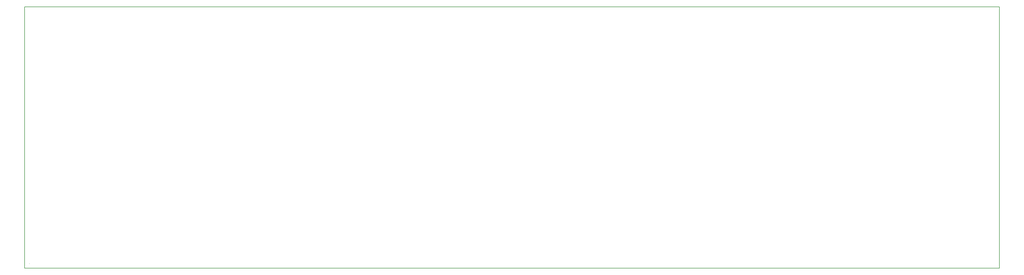
<source format=gbr>
G04 #@! TF.GenerationSoftware,KiCad,Pcbnew,(5.1.10)-1*
G04 #@! TF.CreationDate,2021-07-17T14:00:26+02:00*
G04 #@! TF.ProjectId,WheelBarrow Pro Micro,57686565-6c42-4617-9272-6f772050726f,rev?*
G04 #@! TF.SameCoordinates,Original*
G04 #@! TF.FileFunction,Profile,NP*
%FSLAX46Y46*%
G04 Gerber Fmt 4.6, Leading zero omitted, Abs format (unit mm)*
G04 Created by KiCad (PCBNEW (5.1.10)-1) date 2021-07-17 14:00:26*
%MOMM*%
%LPD*%
G01*
G04 APERTURE LIST*
G04 #@! TA.AperFunction,Profile*
%ADD10C,0.200000*%
G04 #@! TD*
G04 APERTURE END LIST*
D10*
X348335600Y-141274800D02*
X366674400Y-141274800D01*
X110300000Y-227043750D02*
G75*
G03*
X110300000Y-227043750I0J0D01*
G01*
X434181250Y-141274800D02*
X366674400Y-141274800D01*
X108743750Y-141287500D02*
X348335600Y-141274800D01*
X434181250Y-141274800D02*
X434181250Y-228600000D01*
X434181250Y-228600000D02*
X108743750Y-228600000D01*
X108743750Y-228600000D02*
X108743750Y-141287500D01*
M02*

</source>
